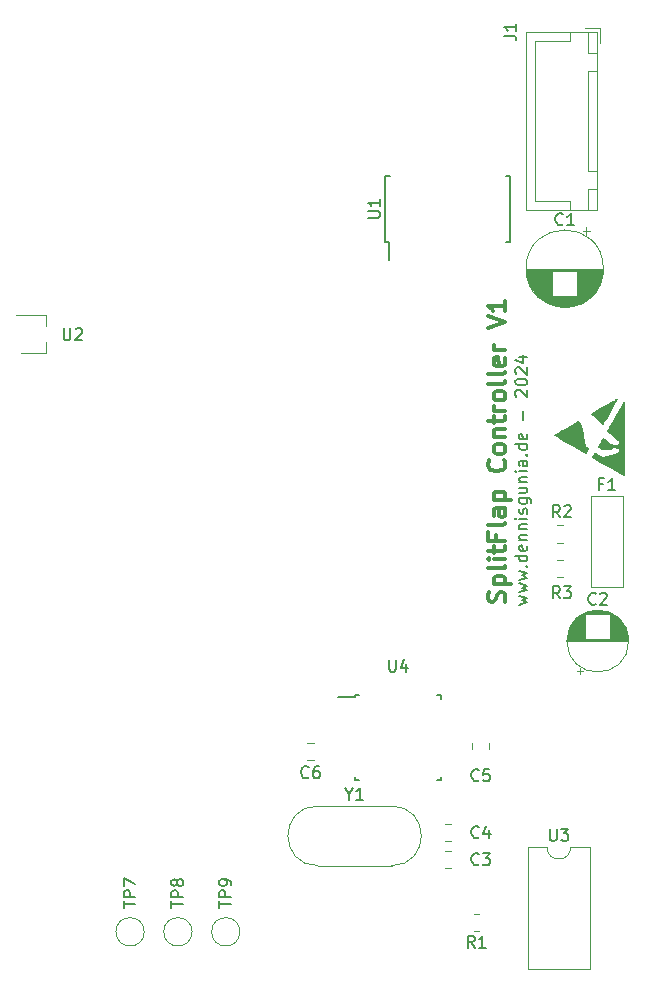
<source format=gbr>
%TF.GenerationSoftware,KiCad,Pcbnew,7.0.5*%
%TF.CreationDate,2024-09-11T17:05:46+02:00*%
%TF.ProjectId,ModuleController,4d6f6475-6c65-4436-9f6e-74726f6c6c65,rev?*%
%TF.SameCoordinates,Original*%
%TF.FileFunction,Legend,Top*%
%TF.FilePolarity,Positive*%
%FSLAX46Y46*%
G04 Gerber Fmt 4.6, Leading zero omitted, Abs format (unit mm)*
G04 Created by KiCad (PCBNEW 7.0.5) date 2024-09-11 17:05:46*
%MOMM*%
%LPD*%
G01*
G04 APERTURE LIST*
%ADD10C,0.300000*%
%ADD11C,0.187500*%
%ADD12C,0.150000*%
%ADD13C,0.010000*%
%ADD14C,0.120000*%
G04 APERTURE END LIST*
D10*
X134857400Y-94512917D02*
X134928828Y-94298632D01*
X134928828Y-94298632D02*
X134928828Y-93941489D01*
X134928828Y-93941489D02*
X134857400Y-93798632D01*
X134857400Y-93798632D02*
X134785971Y-93727203D01*
X134785971Y-93727203D02*
X134643114Y-93655774D01*
X134643114Y-93655774D02*
X134500257Y-93655774D01*
X134500257Y-93655774D02*
X134357400Y-93727203D01*
X134357400Y-93727203D02*
X134285971Y-93798632D01*
X134285971Y-93798632D02*
X134214542Y-93941489D01*
X134214542Y-93941489D02*
X134143114Y-94227203D01*
X134143114Y-94227203D02*
X134071685Y-94370060D01*
X134071685Y-94370060D02*
X134000257Y-94441489D01*
X134000257Y-94441489D02*
X133857400Y-94512917D01*
X133857400Y-94512917D02*
X133714542Y-94512917D01*
X133714542Y-94512917D02*
X133571685Y-94441489D01*
X133571685Y-94441489D02*
X133500257Y-94370060D01*
X133500257Y-94370060D02*
X133428828Y-94227203D01*
X133428828Y-94227203D02*
X133428828Y-93870060D01*
X133428828Y-93870060D02*
X133500257Y-93655774D01*
X133928828Y-93012918D02*
X135428828Y-93012918D01*
X134000257Y-93012918D02*
X133928828Y-92870061D01*
X133928828Y-92870061D02*
X133928828Y-92584346D01*
X133928828Y-92584346D02*
X134000257Y-92441489D01*
X134000257Y-92441489D02*
X134071685Y-92370061D01*
X134071685Y-92370061D02*
X134214542Y-92298632D01*
X134214542Y-92298632D02*
X134643114Y-92298632D01*
X134643114Y-92298632D02*
X134785971Y-92370061D01*
X134785971Y-92370061D02*
X134857400Y-92441489D01*
X134857400Y-92441489D02*
X134928828Y-92584346D01*
X134928828Y-92584346D02*
X134928828Y-92870061D01*
X134928828Y-92870061D02*
X134857400Y-93012918D01*
X134928828Y-91441489D02*
X134857400Y-91584346D01*
X134857400Y-91584346D02*
X134714542Y-91655775D01*
X134714542Y-91655775D02*
X133428828Y-91655775D01*
X134928828Y-90870061D02*
X133928828Y-90870061D01*
X133428828Y-90870061D02*
X133500257Y-90941489D01*
X133500257Y-90941489D02*
X133571685Y-90870061D01*
X133571685Y-90870061D02*
X133500257Y-90798632D01*
X133500257Y-90798632D02*
X133428828Y-90870061D01*
X133428828Y-90870061D02*
X133571685Y-90870061D01*
X133928828Y-90370060D02*
X133928828Y-89798632D01*
X133428828Y-90155775D02*
X134714542Y-90155775D01*
X134714542Y-90155775D02*
X134857400Y-90084346D01*
X134857400Y-90084346D02*
X134928828Y-89941489D01*
X134928828Y-89941489D02*
X134928828Y-89798632D01*
X134143114Y-88798632D02*
X134143114Y-89298632D01*
X134928828Y-89298632D02*
X133428828Y-89298632D01*
X133428828Y-89298632D02*
X133428828Y-88584346D01*
X134928828Y-87798632D02*
X134857400Y-87941489D01*
X134857400Y-87941489D02*
X134714542Y-88012918D01*
X134714542Y-88012918D02*
X133428828Y-88012918D01*
X134928828Y-86584347D02*
X134143114Y-86584347D01*
X134143114Y-86584347D02*
X134000257Y-86655775D01*
X134000257Y-86655775D02*
X133928828Y-86798632D01*
X133928828Y-86798632D02*
X133928828Y-87084347D01*
X133928828Y-87084347D02*
X134000257Y-87227204D01*
X134857400Y-86584347D02*
X134928828Y-86727204D01*
X134928828Y-86727204D02*
X134928828Y-87084347D01*
X134928828Y-87084347D02*
X134857400Y-87227204D01*
X134857400Y-87227204D02*
X134714542Y-87298632D01*
X134714542Y-87298632D02*
X134571685Y-87298632D01*
X134571685Y-87298632D02*
X134428828Y-87227204D01*
X134428828Y-87227204D02*
X134357400Y-87084347D01*
X134357400Y-87084347D02*
X134357400Y-86727204D01*
X134357400Y-86727204D02*
X134285971Y-86584347D01*
X133928828Y-85870061D02*
X135428828Y-85870061D01*
X134000257Y-85870061D02*
X133928828Y-85727204D01*
X133928828Y-85727204D02*
X133928828Y-85441489D01*
X133928828Y-85441489D02*
X134000257Y-85298632D01*
X134000257Y-85298632D02*
X134071685Y-85227204D01*
X134071685Y-85227204D02*
X134214542Y-85155775D01*
X134214542Y-85155775D02*
X134643114Y-85155775D01*
X134643114Y-85155775D02*
X134785971Y-85227204D01*
X134785971Y-85227204D02*
X134857400Y-85298632D01*
X134857400Y-85298632D02*
X134928828Y-85441489D01*
X134928828Y-85441489D02*
X134928828Y-85727204D01*
X134928828Y-85727204D02*
X134857400Y-85870061D01*
X134785971Y-82512918D02*
X134857400Y-82584346D01*
X134857400Y-82584346D02*
X134928828Y-82798632D01*
X134928828Y-82798632D02*
X134928828Y-82941489D01*
X134928828Y-82941489D02*
X134857400Y-83155775D01*
X134857400Y-83155775D02*
X134714542Y-83298632D01*
X134714542Y-83298632D02*
X134571685Y-83370061D01*
X134571685Y-83370061D02*
X134285971Y-83441489D01*
X134285971Y-83441489D02*
X134071685Y-83441489D01*
X134071685Y-83441489D02*
X133785971Y-83370061D01*
X133785971Y-83370061D02*
X133643114Y-83298632D01*
X133643114Y-83298632D02*
X133500257Y-83155775D01*
X133500257Y-83155775D02*
X133428828Y-82941489D01*
X133428828Y-82941489D02*
X133428828Y-82798632D01*
X133428828Y-82798632D02*
X133500257Y-82584346D01*
X133500257Y-82584346D02*
X133571685Y-82512918D01*
X134928828Y-81655775D02*
X134857400Y-81798632D01*
X134857400Y-81798632D02*
X134785971Y-81870061D01*
X134785971Y-81870061D02*
X134643114Y-81941489D01*
X134643114Y-81941489D02*
X134214542Y-81941489D01*
X134214542Y-81941489D02*
X134071685Y-81870061D01*
X134071685Y-81870061D02*
X134000257Y-81798632D01*
X134000257Y-81798632D02*
X133928828Y-81655775D01*
X133928828Y-81655775D02*
X133928828Y-81441489D01*
X133928828Y-81441489D02*
X134000257Y-81298632D01*
X134000257Y-81298632D02*
X134071685Y-81227204D01*
X134071685Y-81227204D02*
X134214542Y-81155775D01*
X134214542Y-81155775D02*
X134643114Y-81155775D01*
X134643114Y-81155775D02*
X134785971Y-81227204D01*
X134785971Y-81227204D02*
X134857400Y-81298632D01*
X134857400Y-81298632D02*
X134928828Y-81441489D01*
X134928828Y-81441489D02*
X134928828Y-81655775D01*
X133928828Y-80512918D02*
X134928828Y-80512918D01*
X134071685Y-80512918D02*
X134000257Y-80441489D01*
X134000257Y-80441489D02*
X133928828Y-80298632D01*
X133928828Y-80298632D02*
X133928828Y-80084346D01*
X133928828Y-80084346D02*
X134000257Y-79941489D01*
X134000257Y-79941489D02*
X134143114Y-79870061D01*
X134143114Y-79870061D02*
X134928828Y-79870061D01*
X133928828Y-79370060D02*
X133928828Y-78798632D01*
X133428828Y-79155775D02*
X134714542Y-79155775D01*
X134714542Y-79155775D02*
X134857400Y-79084346D01*
X134857400Y-79084346D02*
X134928828Y-78941489D01*
X134928828Y-78941489D02*
X134928828Y-78798632D01*
X134928828Y-78298632D02*
X133928828Y-78298632D01*
X134214542Y-78298632D02*
X134071685Y-78227203D01*
X134071685Y-78227203D02*
X134000257Y-78155775D01*
X134000257Y-78155775D02*
X133928828Y-78012917D01*
X133928828Y-78012917D02*
X133928828Y-77870060D01*
X134928828Y-77155775D02*
X134857400Y-77298632D01*
X134857400Y-77298632D02*
X134785971Y-77370061D01*
X134785971Y-77370061D02*
X134643114Y-77441489D01*
X134643114Y-77441489D02*
X134214542Y-77441489D01*
X134214542Y-77441489D02*
X134071685Y-77370061D01*
X134071685Y-77370061D02*
X134000257Y-77298632D01*
X134000257Y-77298632D02*
X133928828Y-77155775D01*
X133928828Y-77155775D02*
X133928828Y-76941489D01*
X133928828Y-76941489D02*
X134000257Y-76798632D01*
X134000257Y-76798632D02*
X134071685Y-76727204D01*
X134071685Y-76727204D02*
X134214542Y-76655775D01*
X134214542Y-76655775D02*
X134643114Y-76655775D01*
X134643114Y-76655775D02*
X134785971Y-76727204D01*
X134785971Y-76727204D02*
X134857400Y-76798632D01*
X134857400Y-76798632D02*
X134928828Y-76941489D01*
X134928828Y-76941489D02*
X134928828Y-77155775D01*
X134928828Y-75798632D02*
X134857400Y-75941489D01*
X134857400Y-75941489D02*
X134714542Y-76012918D01*
X134714542Y-76012918D02*
X133428828Y-76012918D01*
X134928828Y-75012918D02*
X134857400Y-75155775D01*
X134857400Y-75155775D02*
X134714542Y-75227204D01*
X134714542Y-75227204D02*
X133428828Y-75227204D01*
X134857400Y-73870061D02*
X134928828Y-74012918D01*
X134928828Y-74012918D02*
X134928828Y-74298633D01*
X134928828Y-74298633D02*
X134857400Y-74441490D01*
X134857400Y-74441490D02*
X134714542Y-74512918D01*
X134714542Y-74512918D02*
X134143114Y-74512918D01*
X134143114Y-74512918D02*
X134000257Y-74441490D01*
X134000257Y-74441490D02*
X133928828Y-74298633D01*
X133928828Y-74298633D02*
X133928828Y-74012918D01*
X133928828Y-74012918D02*
X134000257Y-73870061D01*
X134000257Y-73870061D02*
X134143114Y-73798633D01*
X134143114Y-73798633D02*
X134285971Y-73798633D01*
X134285971Y-73798633D02*
X134428828Y-74512918D01*
X134928828Y-73155776D02*
X133928828Y-73155776D01*
X134214542Y-73155776D02*
X134071685Y-73084347D01*
X134071685Y-73084347D02*
X134000257Y-73012919D01*
X134000257Y-73012919D02*
X133928828Y-72870061D01*
X133928828Y-72870061D02*
X133928828Y-72727204D01*
X133428828Y-71298633D02*
X134928828Y-70798633D01*
X134928828Y-70798633D02*
X133428828Y-70298633D01*
X134928828Y-69012919D02*
X134928828Y-69870062D01*
X134928828Y-69441491D02*
X133428828Y-69441491D01*
X133428828Y-69441491D02*
X133643114Y-69584348D01*
X133643114Y-69584348D02*
X133785971Y-69727205D01*
X133785971Y-69727205D02*
X133857400Y-69870062D01*
D11*
X136107202Y-94729787D02*
X136773869Y-94539311D01*
X136773869Y-94539311D02*
X136297678Y-94348835D01*
X136297678Y-94348835D02*
X136773869Y-94158359D01*
X136773869Y-94158359D02*
X136107202Y-93967883D01*
X136107202Y-93682168D02*
X136773869Y-93491692D01*
X136773869Y-93491692D02*
X136297678Y-93301216D01*
X136297678Y-93301216D02*
X136773869Y-93110740D01*
X136773869Y-93110740D02*
X136107202Y-92920264D01*
X136107202Y-92634549D02*
X136773869Y-92444073D01*
X136773869Y-92444073D02*
X136297678Y-92253597D01*
X136297678Y-92253597D02*
X136773869Y-92063121D01*
X136773869Y-92063121D02*
X136107202Y-91872645D01*
X136678630Y-91491692D02*
X136726250Y-91444073D01*
X136726250Y-91444073D02*
X136773869Y-91491692D01*
X136773869Y-91491692D02*
X136726250Y-91539311D01*
X136726250Y-91539311D02*
X136678630Y-91491692D01*
X136678630Y-91491692D02*
X136773869Y-91491692D01*
X136773869Y-90586931D02*
X135773869Y-90586931D01*
X136726250Y-90586931D02*
X136773869Y-90682169D01*
X136773869Y-90682169D02*
X136773869Y-90872645D01*
X136773869Y-90872645D02*
X136726250Y-90967883D01*
X136726250Y-90967883D02*
X136678630Y-91015502D01*
X136678630Y-91015502D02*
X136583392Y-91063121D01*
X136583392Y-91063121D02*
X136297678Y-91063121D01*
X136297678Y-91063121D02*
X136202440Y-91015502D01*
X136202440Y-91015502D02*
X136154821Y-90967883D01*
X136154821Y-90967883D02*
X136107202Y-90872645D01*
X136107202Y-90872645D02*
X136107202Y-90682169D01*
X136107202Y-90682169D02*
X136154821Y-90586931D01*
X136726250Y-89729788D02*
X136773869Y-89825026D01*
X136773869Y-89825026D02*
X136773869Y-90015502D01*
X136773869Y-90015502D02*
X136726250Y-90110740D01*
X136726250Y-90110740D02*
X136631011Y-90158359D01*
X136631011Y-90158359D02*
X136250059Y-90158359D01*
X136250059Y-90158359D02*
X136154821Y-90110740D01*
X136154821Y-90110740D02*
X136107202Y-90015502D01*
X136107202Y-90015502D02*
X136107202Y-89825026D01*
X136107202Y-89825026D02*
X136154821Y-89729788D01*
X136154821Y-89729788D02*
X136250059Y-89682169D01*
X136250059Y-89682169D02*
X136345297Y-89682169D01*
X136345297Y-89682169D02*
X136440535Y-90158359D01*
X136107202Y-89253597D02*
X136773869Y-89253597D01*
X136202440Y-89253597D02*
X136154821Y-89205978D01*
X136154821Y-89205978D02*
X136107202Y-89110740D01*
X136107202Y-89110740D02*
X136107202Y-88967883D01*
X136107202Y-88967883D02*
X136154821Y-88872645D01*
X136154821Y-88872645D02*
X136250059Y-88825026D01*
X136250059Y-88825026D02*
X136773869Y-88825026D01*
X136107202Y-88348835D02*
X136773869Y-88348835D01*
X136202440Y-88348835D02*
X136154821Y-88301216D01*
X136154821Y-88301216D02*
X136107202Y-88205978D01*
X136107202Y-88205978D02*
X136107202Y-88063121D01*
X136107202Y-88063121D02*
X136154821Y-87967883D01*
X136154821Y-87967883D02*
X136250059Y-87920264D01*
X136250059Y-87920264D02*
X136773869Y-87920264D01*
X136773869Y-87444073D02*
X136107202Y-87444073D01*
X135773869Y-87444073D02*
X135821488Y-87491692D01*
X135821488Y-87491692D02*
X135869107Y-87444073D01*
X135869107Y-87444073D02*
X135821488Y-87396454D01*
X135821488Y-87396454D02*
X135773869Y-87444073D01*
X135773869Y-87444073D02*
X135869107Y-87444073D01*
X136726250Y-87015502D02*
X136773869Y-86920264D01*
X136773869Y-86920264D02*
X136773869Y-86729788D01*
X136773869Y-86729788D02*
X136726250Y-86634550D01*
X136726250Y-86634550D02*
X136631011Y-86586931D01*
X136631011Y-86586931D02*
X136583392Y-86586931D01*
X136583392Y-86586931D02*
X136488154Y-86634550D01*
X136488154Y-86634550D02*
X136440535Y-86729788D01*
X136440535Y-86729788D02*
X136440535Y-86872645D01*
X136440535Y-86872645D02*
X136392916Y-86967883D01*
X136392916Y-86967883D02*
X136297678Y-87015502D01*
X136297678Y-87015502D02*
X136250059Y-87015502D01*
X136250059Y-87015502D02*
X136154821Y-86967883D01*
X136154821Y-86967883D02*
X136107202Y-86872645D01*
X136107202Y-86872645D02*
X136107202Y-86729788D01*
X136107202Y-86729788D02*
X136154821Y-86634550D01*
X136107202Y-85729788D02*
X136916726Y-85729788D01*
X136916726Y-85729788D02*
X137011964Y-85777407D01*
X137011964Y-85777407D02*
X137059583Y-85825026D01*
X137059583Y-85825026D02*
X137107202Y-85920264D01*
X137107202Y-85920264D02*
X137107202Y-86063121D01*
X137107202Y-86063121D02*
X137059583Y-86158359D01*
X136726250Y-85729788D02*
X136773869Y-85825026D01*
X136773869Y-85825026D02*
X136773869Y-86015502D01*
X136773869Y-86015502D02*
X136726250Y-86110740D01*
X136726250Y-86110740D02*
X136678630Y-86158359D01*
X136678630Y-86158359D02*
X136583392Y-86205978D01*
X136583392Y-86205978D02*
X136297678Y-86205978D01*
X136297678Y-86205978D02*
X136202440Y-86158359D01*
X136202440Y-86158359D02*
X136154821Y-86110740D01*
X136154821Y-86110740D02*
X136107202Y-86015502D01*
X136107202Y-86015502D02*
X136107202Y-85825026D01*
X136107202Y-85825026D02*
X136154821Y-85729788D01*
X136107202Y-84825026D02*
X136773869Y-84825026D01*
X136107202Y-85253597D02*
X136631011Y-85253597D01*
X136631011Y-85253597D02*
X136726250Y-85205978D01*
X136726250Y-85205978D02*
X136773869Y-85110740D01*
X136773869Y-85110740D02*
X136773869Y-84967883D01*
X136773869Y-84967883D02*
X136726250Y-84872645D01*
X136726250Y-84872645D02*
X136678630Y-84825026D01*
X136107202Y-84348835D02*
X136773869Y-84348835D01*
X136202440Y-84348835D02*
X136154821Y-84301216D01*
X136154821Y-84301216D02*
X136107202Y-84205978D01*
X136107202Y-84205978D02*
X136107202Y-84063121D01*
X136107202Y-84063121D02*
X136154821Y-83967883D01*
X136154821Y-83967883D02*
X136250059Y-83920264D01*
X136250059Y-83920264D02*
X136773869Y-83920264D01*
X136773869Y-83444073D02*
X136107202Y-83444073D01*
X135773869Y-83444073D02*
X135821488Y-83491692D01*
X135821488Y-83491692D02*
X135869107Y-83444073D01*
X135869107Y-83444073D02*
X135821488Y-83396454D01*
X135821488Y-83396454D02*
X135773869Y-83444073D01*
X135773869Y-83444073D02*
X135869107Y-83444073D01*
X136773869Y-82539312D02*
X136250059Y-82539312D01*
X136250059Y-82539312D02*
X136154821Y-82586931D01*
X136154821Y-82586931D02*
X136107202Y-82682169D01*
X136107202Y-82682169D02*
X136107202Y-82872645D01*
X136107202Y-82872645D02*
X136154821Y-82967883D01*
X136726250Y-82539312D02*
X136773869Y-82634550D01*
X136773869Y-82634550D02*
X136773869Y-82872645D01*
X136773869Y-82872645D02*
X136726250Y-82967883D01*
X136726250Y-82967883D02*
X136631011Y-83015502D01*
X136631011Y-83015502D02*
X136535773Y-83015502D01*
X136535773Y-83015502D02*
X136440535Y-82967883D01*
X136440535Y-82967883D02*
X136392916Y-82872645D01*
X136392916Y-82872645D02*
X136392916Y-82634550D01*
X136392916Y-82634550D02*
X136345297Y-82539312D01*
X136678630Y-82063121D02*
X136726250Y-82015502D01*
X136726250Y-82015502D02*
X136773869Y-82063121D01*
X136773869Y-82063121D02*
X136726250Y-82110740D01*
X136726250Y-82110740D02*
X136678630Y-82063121D01*
X136678630Y-82063121D02*
X136773869Y-82063121D01*
X136773869Y-81158360D02*
X135773869Y-81158360D01*
X136726250Y-81158360D02*
X136773869Y-81253598D01*
X136773869Y-81253598D02*
X136773869Y-81444074D01*
X136773869Y-81444074D02*
X136726250Y-81539312D01*
X136726250Y-81539312D02*
X136678630Y-81586931D01*
X136678630Y-81586931D02*
X136583392Y-81634550D01*
X136583392Y-81634550D02*
X136297678Y-81634550D01*
X136297678Y-81634550D02*
X136202440Y-81586931D01*
X136202440Y-81586931D02*
X136154821Y-81539312D01*
X136154821Y-81539312D02*
X136107202Y-81444074D01*
X136107202Y-81444074D02*
X136107202Y-81253598D01*
X136107202Y-81253598D02*
X136154821Y-81158360D01*
X136726250Y-80301217D02*
X136773869Y-80396455D01*
X136773869Y-80396455D02*
X136773869Y-80586931D01*
X136773869Y-80586931D02*
X136726250Y-80682169D01*
X136726250Y-80682169D02*
X136631011Y-80729788D01*
X136631011Y-80729788D02*
X136250059Y-80729788D01*
X136250059Y-80729788D02*
X136154821Y-80682169D01*
X136154821Y-80682169D02*
X136107202Y-80586931D01*
X136107202Y-80586931D02*
X136107202Y-80396455D01*
X136107202Y-80396455D02*
X136154821Y-80301217D01*
X136154821Y-80301217D02*
X136250059Y-80253598D01*
X136250059Y-80253598D02*
X136345297Y-80253598D01*
X136345297Y-80253598D02*
X136440535Y-80729788D01*
X136392916Y-79063121D02*
X136392916Y-78301217D01*
X135869107Y-77110740D02*
X135821488Y-77063121D01*
X135821488Y-77063121D02*
X135773869Y-76967883D01*
X135773869Y-76967883D02*
X135773869Y-76729788D01*
X135773869Y-76729788D02*
X135821488Y-76634550D01*
X135821488Y-76634550D02*
X135869107Y-76586931D01*
X135869107Y-76586931D02*
X135964345Y-76539312D01*
X135964345Y-76539312D02*
X136059583Y-76539312D01*
X136059583Y-76539312D02*
X136202440Y-76586931D01*
X136202440Y-76586931D02*
X136773869Y-77158359D01*
X136773869Y-77158359D02*
X136773869Y-76539312D01*
X135773869Y-75920264D02*
X135773869Y-75825026D01*
X135773869Y-75825026D02*
X135821488Y-75729788D01*
X135821488Y-75729788D02*
X135869107Y-75682169D01*
X135869107Y-75682169D02*
X135964345Y-75634550D01*
X135964345Y-75634550D02*
X136154821Y-75586931D01*
X136154821Y-75586931D02*
X136392916Y-75586931D01*
X136392916Y-75586931D02*
X136583392Y-75634550D01*
X136583392Y-75634550D02*
X136678630Y-75682169D01*
X136678630Y-75682169D02*
X136726250Y-75729788D01*
X136726250Y-75729788D02*
X136773869Y-75825026D01*
X136773869Y-75825026D02*
X136773869Y-75920264D01*
X136773869Y-75920264D02*
X136726250Y-76015502D01*
X136726250Y-76015502D02*
X136678630Y-76063121D01*
X136678630Y-76063121D02*
X136583392Y-76110740D01*
X136583392Y-76110740D02*
X136392916Y-76158359D01*
X136392916Y-76158359D02*
X136154821Y-76158359D01*
X136154821Y-76158359D02*
X135964345Y-76110740D01*
X135964345Y-76110740D02*
X135869107Y-76063121D01*
X135869107Y-76063121D02*
X135821488Y-76015502D01*
X135821488Y-76015502D02*
X135773869Y-75920264D01*
X135869107Y-75205978D02*
X135821488Y-75158359D01*
X135821488Y-75158359D02*
X135773869Y-75063121D01*
X135773869Y-75063121D02*
X135773869Y-74825026D01*
X135773869Y-74825026D02*
X135821488Y-74729788D01*
X135821488Y-74729788D02*
X135869107Y-74682169D01*
X135869107Y-74682169D02*
X135964345Y-74634550D01*
X135964345Y-74634550D02*
X136059583Y-74634550D01*
X136059583Y-74634550D02*
X136202440Y-74682169D01*
X136202440Y-74682169D02*
X136773869Y-75253597D01*
X136773869Y-75253597D02*
X136773869Y-74634550D01*
X136107202Y-73777407D02*
X136773869Y-73777407D01*
X135726250Y-74015502D02*
X136440535Y-74253597D01*
X136440535Y-74253597D02*
X136440535Y-73634550D01*
D12*
%TO.C,R3*%
X139533333Y-94180819D02*
X139200000Y-93704628D01*
X138961905Y-94180819D02*
X138961905Y-93180819D01*
X138961905Y-93180819D02*
X139342857Y-93180819D01*
X139342857Y-93180819D02*
X139438095Y-93228438D01*
X139438095Y-93228438D02*
X139485714Y-93276057D01*
X139485714Y-93276057D02*
X139533333Y-93371295D01*
X139533333Y-93371295D02*
X139533333Y-93514152D01*
X139533333Y-93514152D02*
X139485714Y-93609390D01*
X139485714Y-93609390D02*
X139438095Y-93657009D01*
X139438095Y-93657009D02*
X139342857Y-93704628D01*
X139342857Y-93704628D02*
X138961905Y-93704628D01*
X139866667Y-93180819D02*
X140485714Y-93180819D01*
X140485714Y-93180819D02*
X140152381Y-93561771D01*
X140152381Y-93561771D02*
X140295238Y-93561771D01*
X140295238Y-93561771D02*
X140390476Y-93609390D01*
X140390476Y-93609390D02*
X140438095Y-93657009D01*
X140438095Y-93657009D02*
X140485714Y-93752247D01*
X140485714Y-93752247D02*
X140485714Y-93990342D01*
X140485714Y-93990342D02*
X140438095Y-94085580D01*
X140438095Y-94085580D02*
X140390476Y-94133200D01*
X140390476Y-94133200D02*
X140295238Y-94180819D01*
X140295238Y-94180819D02*
X140009524Y-94180819D01*
X140009524Y-94180819D02*
X139914286Y-94133200D01*
X139914286Y-94133200D02*
X139866667Y-94085580D01*
%TO.C,R2*%
X139533333Y-87322819D02*
X139200000Y-86846628D01*
X138961905Y-87322819D02*
X138961905Y-86322819D01*
X138961905Y-86322819D02*
X139342857Y-86322819D01*
X139342857Y-86322819D02*
X139438095Y-86370438D01*
X139438095Y-86370438D02*
X139485714Y-86418057D01*
X139485714Y-86418057D02*
X139533333Y-86513295D01*
X139533333Y-86513295D02*
X139533333Y-86656152D01*
X139533333Y-86656152D02*
X139485714Y-86751390D01*
X139485714Y-86751390D02*
X139438095Y-86799009D01*
X139438095Y-86799009D02*
X139342857Y-86846628D01*
X139342857Y-86846628D02*
X138961905Y-86846628D01*
X139914286Y-86418057D02*
X139961905Y-86370438D01*
X139961905Y-86370438D02*
X140057143Y-86322819D01*
X140057143Y-86322819D02*
X140295238Y-86322819D01*
X140295238Y-86322819D02*
X140390476Y-86370438D01*
X140390476Y-86370438D02*
X140438095Y-86418057D01*
X140438095Y-86418057D02*
X140485714Y-86513295D01*
X140485714Y-86513295D02*
X140485714Y-86608533D01*
X140485714Y-86608533D02*
X140438095Y-86751390D01*
X140438095Y-86751390D02*
X139866667Y-87322819D01*
X139866667Y-87322819D02*
X140485714Y-87322819D01*
%TO.C,F1*%
X143176666Y-84513009D02*
X142843333Y-84513009D01*
X142843333Y-85036819D02*
X142843333Y-84036819D01*
X142843333Y-84036819D02*
X143319523Y-84036819D01*
X144224285Y-85036819D02*
X143652857Y-85036819D01*
X143938571Y-85036819D02*
X143938571Y-84036819D01*
X143938571Y-84036819D02*
X143843333Y-84179676D01*
X143843333Y-84179676D02*
X143748095Y-84274914D01*
X143748095Y-84274914D02*
X143652857Y-84322533D01*
%TO.C,C6*%
X118263333Y-109325580D02*
X118215714Y-109373200D01*
X118215714Y-109373200D02*
X118072857Y-109420819D01*
X118072857Y-109420819D02*
X117977619Y-109420819D01*
X117977619Y-109420819D02*
X117834762Y-109373200D01*
X117834762Y-109373200D02*
X117739524Y-109277961D01*
X117739524Y-109277961D02*
X117691905Y-109182723D01*
X117691905Y-109182723D02*
X117644286Y-108992247D01*
X117644286Y-108992247D02*
X117644286Y-108849390D01*
X117644286Y-108849390D02*
X117691905Y-108658914D01*
X117691905Y-108658914D02*
X117739524Y-108563676D01*
X117739524Y-108563676D02*
X117834762Y-108468438D01*
X117834762Y-108468438D02*
X117977619Y-108420819D01*
X117977619Y-108420819D02*
X118072857Y-108420819D01*
X118072857Y-108420819D02*
X118215714Y-108468438D01*
X118215714Y-108468438D02*
X118263333Y-108516057D01*
X119120476Y-108420819D02*
X118930000Y-108420819D01*
X118930000Y-108420819D02*
X118834762Y-108468438D01*
X118834762Y-108468438D02*
X118787143Y-108516057D01*
X118787143Y-108516057D02*
X118691905Y-108658914D01*
X118691905Y-108658914D02*
X118644286Y-108849390D01*
X118644286Y-108849390D02*
X118644286Y-109230342D01*
X118644286Y-109230342D02*
X118691905Y-109325580D01*
X118691905Y-109325580D02*
X118739524Y-109373200D01*
X118739524Y-109373200D02*
X118834762Y-109420819D01*
X118834762Y-109420819D02*
X119025238Y-109420819D01*
X119025238Y-109420819D02*
X119120476Y-109373200D01*
X119120476Y-109373200D02*
X119168095Y-109325580D01*
X119168095Y-109325580D02*
X119215714Y-109230342D01*
X119215714Y-109230342D02*
X119215714Y-108992247D01*
X119215714Y-108992247D02*
X119168095Y-108897009D01*
X119168095Y-108897009D02*
X119120476Y-108849390D01*
X119120476Y-108849390D02*
X119025238Y-108801771D01*
X119025238Y-108801771D02*
X118834762Y-108801771D01*
X118834762Y-108801771D02*
X118739524Y-108849390D01*
X118739524Y-108849390D02*
X118691905Y-108897009D01*
X118691905Y-108897009D02*
X118644286Y-108992247D01*
%TO.C,R1*%
X132317833Y-123770819D02*
X131984500Y-123294628D01*
X131746405Y-123770819D02*
X131746405Y-122770819D01*
X131746405Y-122770819D02*
X132127357Y-122770819D01*
X132127357Y-122770819D02*
X132222595Y-122818438D01*
X132222595Y-122818438D02*
X132270214Y-122866057D01*
X132270214Y-122866057D02*
X132317833Y-122961295D01*
X132317833Y-122961295D02*
X132317833Y-123104152D01*
X132317833Y-123104152D02*
X132270214Y-123199390D01*
X132270214Y-123199390D02*
X132222595Y-123247009D01*
X132222595Y-123247009D02*
X132127357Y-123294628D01*
X132127357Y-123294628D02*
X131746405Y-123294628D01*
X133270214Y-123770819D02*
X132698786Y-123770819D01*
X132984500Y-123770819D02*
X132984500Y-122770819D01*
X132984500Y-122770819D02*
X132889262Y-122913676D01*
X132889262Y-122913676D02*
X132794024Y-123008914D01*
X132794024Y-123008914D02*
X132698786Y-123056533D01*
%TO.C,U4*%
X125076095Y-99390819D02*
X125076095Y-100200342D01*
X125076095Y-100200342D02*
X125123714Y-100295580D01*
X125123714Y-100295580D02*
X125171333Y-100343200D01*
X125171333Y-100343200D02*
X125266571Y-100390819D01*
X125266571Y-100390819D02*
X125457047Y-100390819D01*
X125457047Y-100390819D02*
X125552285Y-100343200D01*
X125552285Y-100343200D02*
X125599904Y-100295580D01*
X125599904Y-100295580D02*
X125647523Y-100200342D01*
X125647523Y-100200342D02*
X125647523Y-99390819D01*
X126552285Y-99724152D02*
X126552285Y-100390819D01*
X126314190Y-99343200D02*
X126076095Y-100057485D01*
X126076095Y-100057485D02*
X126695142Y-100057485D01*
%TO.C,U2*%
X97536095Y-71336819D02*
X97536095Y-72146342D01*
X97536095Y-72146342D02*
X97583714Y-72241580D01*
X97583714Y-72241580D02*
X97631333Y-72289200D01*
X97631333Y-72289200D02*
X97726571Y-72336819D01*
X97726571Y-72336819D02*
X97917047Y-72336819D01*
X97917047Y-72336819D02*
X98012285Y-72289200D01*
X98012285Y-72289200D02*
X98059904Y-72241580D01*
X98059904Y-72241580D02*
X98107523Y-72146342D01*
X98107523Y-72146342D02*
X98107523Y-71336819D01*
X98536095Y-71432057D02*
X98583714Y-71384438D01*
X98583714Y-71384438D02*
X98678952Y-71336819D01*
X98678952Y-71336819D02*
X98917047Y-71336819D01*
X98917047Y-71336819D02*
X99012285Y-71384438D01*
X99012285Y-71384438D02*
X99059904Y-71432057D01*
X99059904Y-71432057D02*
X99107523Y-71527295D01*
X99107523Y-71527295D02*
X99107523Y-71622533D01*
X99107523Y-71622533D02*
X99059904Y-71765390D01*
X99059904Y-71765390D02*
X98488476Y-72336819D01*
X98488476Y-72336819D02*
X99107523Y-72336819D01*
%TO.C,TP9*%
X110706819Y-120387904D02*
X110706819Y-119816476D01*
X111706819Y-120102190D02*
X110706819Y-120102190D01*
X111706819Y-119483142D02*
X110706819Y-119483142D01*
X110706819Y-119483142D02*
X110706819Y-119102190D01*
X110706819Y-119102190D02*
X110754438Y-119006952D01*
X110754438Y-119006952D02*
X110802057Y-118959333D01*
X110802057Y-118959333D02*
X110897295Y-118911714D01*
X110897295Y-118911714D02*
X111040152Y-118911714D01*
X111040152Y-118911714D02*
X111135390Y-118959333D01*
X111135390Y-118959333D02*
X111183009Y-119006952D01*
X111183009Y-119006952D02*
X111230628Y-119102190D01*
X111230628Y-119102190D02*
X111230628Y-119483142D01*
X111706819Y-118435523D02*
X111706819Y-118245047D01*
X111706819Y-118245047D02*
X111659200Y-118149809D01*
X111659200Y-118149809D02*
X111611580Y-118102190D01*
X111611580Y-118102190D02*
X111468723Y-118006952D01*
X111468723Y-118006952D02*
X111278247Y-117959333D01*
X111278247Y-117959333D02*
X110897295Y-117959333D01*
X110897295Y-117959333D02*
X110802057Y-118006952D01*
X110802057Y-118006952D02*
X110754438Y-118054571D01*
X110754438Y-118054571D02*
X110706819Y-118149809D01*
X110706819Y-118149809D02*
X110706819Y-118340285D01*
X110706819Y-118340285D02*
X110754438Y-118435523D01*
X110754438Y-118435523D02*
X110802057Y-118483142D01*
X110802057Y-118483142D02*
X110897295Y-118530761D01*
X110897295Y-118530761D02*
X111135390Y-118530761D01*
X111135390Y-118530761D02*
X111230628Y-118483142D01*
X111230628Y-118483142D02*
X111278247Y-118435523D01*
X111278247Y-118435523D02*
X111325866Y-118340285D01*
X111325866Y-118340285D02*
X111325866Y-118149809D01*
X111325866Y-118149809D02*
X111278247Y-118054571D01*
X111278247Y-118054571D02*
X111230628Y-118006952D01*
X111230628Y-118006952D02*
X111135390Y-117959333D01*
%TO.C,TP8*%
X106656819Y-120387904D02*
X106656819Y-119816476D01*
X107656819Y-120102190D02*
X106656819Y-120102190D01*
X107656819Y-119483142D02*
X106656819Y-119483142D01*
X106656819Y-119483142D02*
X106656819Y-119102190D01*
X106656819Y-119102190D02*
X106704438Y-119006952D01*
X106704438Y-119006952D02*
X106752057Y-118959333D01*
X106752057Y-118959333D02*
X106847295Y-118911714D01*
X106847295Y-118911714D02*
X106990152Y-118911714D01*
X106990152Y-118911714D02*
X107085390Y-118959333D01*
X107085390Y-118959333D02*
X107133009Y-119006952D01*
X107133009Y-119006952D02*
X107180628Y-119102190D01*
X107180628Y-119102190D02*
X107180628Y-119483142D01*
X107085390Y-118340285D02*
X107037771Y-118435523D01*
X107037771Y-118435523D02*
X106990152Y-118483142D01*
X106990152Y-118483142D02*
X106894914Y-118530761D01*
X106894914Y-118530761D02*
X106847295Y-118530761D01*
X106847295Y-118530761D02*
X106752057Y-118483142D01*
X106752057Y-118483142D02*
X106704438Y-118435523D01*
X106704438Y-118435523D02*
X106656819Y-118340285D01*
X106656819Y-118340285D02*
X106656819Y-118149809D01*
X106656819Y-118149809D02*
X106704438Y-118054571D01*
X106704438Y-118054571D02*
X106752057Y-118006952D01*
X106752057Y-118006952D02*
X106847295Y-117959333D01*
X106847295Y-117959333D02*
X106894914Y-117959333D01*
X106894914Y-117959333D02*
X106990152Y-118006952D01*
X106990152Y-118006952D02*
X107037771Y-118054571D01*
X107037771Y-118054571D02*
X107085390Y-118149809D01*
X107085390Y-118149809D02*
X107085390Y-118340285D01*
X107085390Y-118340285D02*
X107133009Y-118435523D01*
X107133009Y-118435523D02*
X107180628Y-118483142D01*
X107180628Y-118483142D02*
X107275866Y-118530761D01*
X107275866Y-118530761D02*
X107466342Y-118530761D01*
X107466342Y-118530761D02*
X107561580Y-118483142D01*
X107561580Y-118483142D02*
X107609200Y-118435523D01*
X107609200Y-118435523D02*
X107656819Y-118340285D01*
X107656819Y-118340285D02*
X107656819Y-118149809D01*
X107656819Y-118149809D02*
X107609200Y-118054571D01*
X107609200Y-118054571D02*
X107561580Y-118006952D01*
X107561580Y-118006952D02*
X107466342Y-117959333D01*
X107466342Y-117959333D02*
X107275866Y-117959333D01*
X107275866Y-117959333D02*
X107180628Y-118006952D01*
X107180628Y-118006952D02*
X107133009Y-118054571D01*
X107133009Y-118054571D02*
X107085390Y-118149809D01*
%TO.C,TP7*%
X102606819Y-120387904D02*
X102606819Y-119816476D01*
X103606819Y-120102190D02*
X102606819Y-120102190D01*
X103606819Y-119483142D02*
X102606819Y-119483142D01*
X102606819Y-119483142D02*
X102606819Y-119102190D01*
X102606819Y-119102190D02*
X102654438Y-119006952D01*
X102654438Y-119006952D02*
X102702057Y-118959333D01*
X102702057Y-118959333D02*
X102797295Y-118911714D01*
X102797295Y-118911714D02*
X102940152Y-118911714D01*
X102940152Y-118911714D02*
X103035390Y-118959333D01*
X103035390Y-118959333D02*
X103083009Y-119006952D01*
X103083009Y-119006952D02*
X103130628Y-119102190D01*
X103130628Y-119102190D02*
X103130628Y-119483142D01*
X102606819Y-118578380D02*
X102606819Y-117911714D01*
X102606819Y-117911714D02*
X103606819Y-118340285D01*
%TO.C,C5*%
X132675333Y-109579580D02*
X132627714Y-109627200D01*
X132627714Y-109627200D02*
X132484857Y-109674819D01*
X132484857Y-109674819D02*
X132389619Y-109674819D01*
X132389619Y-109674819D02*
X132246762Y-109627200D01*
X132246762Y-109627200D02*
X132151524Y-109531961D01*
X132151524Y-109531961D02*
X132103905Y-109436723D01*
X132103905Y-109436723D02*
X132056286Y-109246247D01*
X132056286Y-109246247D02*
X132056286Y-109103390D01*
X132056286Y-109103390D02*
X132103905Y-108912914D01*
X132103905Y-108912914D02*
X132151524Y-108817676D01*
X132151524Y-108817676D02*
X132246762Y-108722438D01*
X132246762Y-108722438D02*
X132389619Y-108674819D01*
X132389619Y-108674819D02*
X132484857Y-108674819D01*
X132484857Y-108674819D02*
X132627714Y-108722438D01*
X132627714Y-108722438D02*
X132675333Y-108770057D01*
X133580095Y-108674819D02*
X133103905Y-108674819D01*
X133103905Y-108674819D02*
X133056286Y-109151009D01*
X133056286Y-109151009D02*
X133103905Y-109103390D01*
X133103905Y-109103390D02*
X133199143Y-109055771D01*
X133199143Y-109055771D02*
X133437238Y-109055771D01*
X133437238Y-109055771D02*
X133532476Y-109103390D01*
X133532476Y-109103390D02*
X133580095Y-109151009D01*
X133580095Y-109151009D02*
X133627714Y-109246247D01*
X133627714Y-109246247D02*
X133627714Y-109484342D01*
X133627714Y-109484342D02*
X133580095Y-109579580D01*
X133580095Y-109579580D02*
X133532476Y-109627200D01*
X133532476Y-109627200D02*
X133437238Y-109674819D01*
X133437238Y-109674819D02*
X133199143Y-109674819D01*
X133199143Y-109674819D02*
X133103905Y-109627200D01*
X133103905Y-109627200D02*
X133056286Y-109579580D01*
%TO.C,J1*%
X134836819Y-46561333D02*
X135551104Y-46561333D01*
X135551104Y-46561333D02*
X135693961Y-46608952D01*
X135693961Y-46608952D02*
X135789200Y-46704190D01*
X135789200Y-46704190D02*
X135836819Y-46847047D01*
X135836819Y-46847047D02*
X135836819Y-46942285D01*
X135836819Y-45561333D02*
X135836819Y-46132761D01*
X135836819Y-45847047D02*
X134836819Y-45847047D01*
X134836819Y-45847047D02*
X134979676Y-45942285D01*
X134979676Y-45942285D02*
X135074914Y-46037523D01*
X135074914Y-46037523D02*
X135122533Y-46132761D01*
%TO.C,C2*%
X142581333Y-94633580D02*
X142533714Y-94681200D01*
X142533714Y-94681200D02*
X142390857Y-94728819D01*
X142390857Y-94728819D02*
X142295619Y-94728819D01*
X142295619Y-94728819D02*
X142152762Y-94681200D01*
X142152762Y-94681200D02*
X142057524Y-94585961D01*
X142057524Y-94585961D02*
X142009905Y-94490723D01*
X142009905Y-94490723D02*
X141962286Y-94300247D01*
X141962286Y-94300247D02*
X141962286Y-94157390D01*
X141962286Y-94157390D02*
X142009905Y-93966914D01*
X142009905Y-93966914D02*
X142057524Y-93871676D01*
X142057524Y-93871676D02*
X142152762Y-93776438D01*
X142152762Y-93776438D02*
X142295619Y-93728819D01*
X142295619Y-93728819D02*
X142390857Y-93728819D01*
X142390857Y-93728819D02*
X142533714Y-93776438D01*
X142533714Y-93776438D02*
X142581333Y-93824057D01*
X142962286Y-93824057D02*
X143009905Y-93776438D01*
X143009905Y-93776438D02*
X143105143Y-93728819D01*
X143105143Y-93728819D02*
X143343238Y-93728819D01*
X143343238Y-93728819D02*
X143438476Y-93776438D01*
X143438476Y-93776438D02*
X143486095Y-93824057D01*
X143486095Y-93824057D02*
X143533714Y-93919295D01*
X143533714Y-93919295D02*
X143533714Y-94014533D01*
X143533714Y-94014533D02*
X143486095Y-94157390D01*
X143486095Y-94157390D02*
X142914667Y-94728819D01*
X142914667Y-94728819D02*
X143533714Y-94728819D01*
%TO.C,C3*%
X132675333Y-116691580D02*
X132627714Y-116739200D01*
X132627714Y-116739200D02*
X132484857Y-116786819D01*
X132484857Y-116786819D02*
X132389619Y-116786819D01*
X132389619Y-116786819D02*
X132246762Y-116739200D01*
X132246762Y-116739200D02*
X132151524Y-116643961D01*
X132151524Y-116643961D02*
X132103905Y-116548723D01*
X132103905Y-116548723D02*
X132056286Y-116358247D01*
X132056286Y-116358247D02*
X132056286Y-116215390D01*
X132056286Y-116215390D02*
X132103905Y-116024914D01*
X132103905Y-116024914D02*
X132151524Y-115929676D01*
X132151524Y-115929676D02*
X132246762Y-115834438D01*
X132246762Y-115834438D02*
X132389619Y-115786819D01*
X132389619Y-115786819D02*
X132484857Y-115786819D01*
X132484857Y-115786819D02*
X132627714Y-115834438D01*
X132627714Y-115834438D02*
X132675333Y-115882057D01*
X133008667Y-115786819D02*
X133627714Y-115786819D01*
X133627714Y-115786819D02*
X133294381Y-116167771D01*
X133294381Y-116167771D02*
X133437238Y-116167771D01*
X133437238Y-116167771D02*
X133532476Y-116215390D01*
X133532476Y-116215390D02*
X133580095Y-116263009D01*
X133580095Y-116263009D02*
X133627714Y-116358247D01*
X133627714Y-116358247D02*
X133627714Y-116596342D01*
X133627714Y-116596342D02*
X133580095Y-116691580D01*
X133580095Y-116691580D02*
X133532476Y-116739200D01*
X133532476Y-116739200D02*
X133437238Y-116786819D01*
X133437238Y-116786819D02*
X133151524Y-116786819D01*
X133151524Y-116786819D02*
X133056286Y-116739200D01*
X133056286Y-116739200D02*
X133008667Y-116691580D01*
%TO.C,Y1*%
X121687809Y-110753628D02*
X121687809Y-111229819D01*
X121354476Y-110229819D02*
X121687809Y-110753628D01*
X121687809Y-110753628D02*
X122021142Y-110229819D01*
X122878285Y-111229819D02*
X122306857Y-111229819D01*
X122592571Y-111229819D02*
X122592571Y-110229819D01*
X122592571Y-110229819D02*
X122497333Y-110372676D01*
X122497333Y-110372676D02*
X122402095Y-110467914D01*
X122402095Y-110467914D02*
X122306857Y-110515533D01*
%TO.C,C1*%
X139787333Y-62501959D02*
X139739714Y-62549579D01*
X139739714Y-62549579D02*
X139596857Y-62597198D01*
X139596857Y-62597198D02*
X139501619Y-62597198D01*
X139501619Y-62597198D02*
X139358762Y-62549579D01*
X139358762Y-62549579D02*
X139263524Y-62454340D01*
X139263524Y-62454340D02*
X139215905Y-62359102D01*
X139215905Y-62359102D02*
X139168286Y-62168626D01*
X139168286Y-62168626D02*
X139168286Y-62025769D01*
X139168286Y-62025769D02*
X139215905Y-61835293D01*
X139215905Y-61835293D02*
X139263524Y-61740055D01*
X139263524Y-61740055D02*
X139358762Y-61644817D01*
X139358762Y-61644817D02*
X139501619Y-61597198D01*
X139501619Y-61597198D02*
X139596857Y-61597198D01*
X139596857Y-61597198D02*
X139739714Y-61644817D01*
X139739714Y-61644817D02*
X139787333Y-61692436D01*
X140739714Y-62597198D02*
X140168286Y-62597198D01*
X140454000Y-62597198D02*
X140454000Y-61597198D01*
X140454000Y-61597198D02*
X140358762Y-61740055D01*
X140358762Y-61740055D02*
X140263524Y-61835293D01*
X140263524Y-61835293D02*
X140168286Y-61882912D01*
%TO.C,C4*%
X132675333Y-114405580D02*
X132627714Y-114453200D01*
X132627714Y-114453200D02*
X132484857Y-114500819D01*
X132484857Y-114500819D02*
X132389619Y-114500819D01*
X132389619Y-114500819D02*
X132246762Y-114453200D01*
X132246762Y-114453200D02*
X132151524Y-114357961D01*
X132151524Y-114357961D02*
X132103905Y-114262723D01*
X132103905Y-114262723D02*
X132056286Y-114072247D01*
X132056286Y-114072247D02*
X132056286Y-113929390D01*
X132056286Y-113929390D02*
X132103905Y-113738914D01*
X132103905Y-113738914D02*
X132151524Y-113643676D01*
X132151524Y-113643676D02*
X132246762Y-113548438D01*
X132246762Y-113548438D02*
X132389619Y-113500819D01*
X132389619Y-113500819D02*
X132484857Y-113500819D01*
X132484857Y-113500819D02*
X132627714Y-113548438D01*
X132627714Y-113548438D02*
X132675333Y-113596057D01*
X133532476Y-113834152D02*
X133532476Y-114500819D01*
X133294381Y-113453200D02*
X133056286Y-114167485D01*
X133056286Y-114167485D02*
X133675333Y-114167485D01*
%TO.C,U1*%
X123302819Y-61975904D02*
X124112342Y-61975904D01*
X124112342Y-61975904D02*
X124207580Y-61928285D01*
X124207580Y-61928285D02*
X124255200Y-61880666D01*
X124255200Y-61880666D02*
X124302819Y-61785428D01*
X124302819Y-61785428D02*
X124302819Y-61594952D01*
X124302819Y-61594952D02*
X124255200Y-61499714D01*
X124255200Y-61499714D02*
X124207580Y-61452095D01*
X124207580Y-61452095D02*
X124112342Y-61404476D01*
X124112342Y-61404476D02*
X123302819Y-61404476D01*
X124302819Y-60404476D02*
X124302819Y-60975904D01*
X124302819Y-60690190D02*
X123302819Y-60690190D01*
X123302819Y-60690190D02*
X123445676Y-60785428D01*
X123445676Y-60785428D02*
X123540914Y-60880666D01*
X123540914Y-60880666D02*
X123588533Y-60975904D01*
%TO.C,U3*%
X138694095Y-113720819D02*
X138694095Y-114530342D01*
X138694095Y-114530342D02*
X138741714Y-114625580D01*
X138741714Y-114625580D02*
X138789333Y-114673200D01*
X138789333Y-114673200D02*
X138884571Y-114720819D01*
X138884571Y-114720819D02*
X139075047Y-114720819D01*
X139075047Y-114720819D02*
X139170285Y-114673200D01*
X139170285Y-114673200D02*
X139217904Y-114625580D01*
X139217904Y-114625580D02*
X139265523Y-114530342D01*
X139265523Y-114530342D02*
X139265523Y-113720819D01*
X139646476Y-113720819D02*
X140265523Y-113720819D01*
X140265523Y-113720819D02*
X139932190Y-114101771D01*
X139932190Y-114101771D02*
X140075047Y-114101771D01*
X140075047Y-114101771D02*
X140170285Y-114149390D01*
X140170285Y-114149390D02*
X140217904Y-114197009D01*
X140217904Y-114197009D02*
X140265523Y-114292247D01*
X140265523Y-114292247D02*
X140265523Y-114530342D01*
X140265523Y-114530342D02*
X140217904Y-114625580D01*
X140217904Y-114625580D02*
X140170285Y-114673200D01*
X140170285Y-114673200D02*
X140075047Y-114720819D01*
X140075047Y-114720819D02*
X139789333Y-114720819D01*
X139789333Y-114720819D02*
X139694095Y-114673200D01*
X139694095Y-114673200D02*
X139646476Y-114625580D01*
%TO.C,REF\u002A\u002A*%
D13*
X141117965Y-79199499D02*
X141145882Y-79236886D01*
X141180725Y-79293765D01*
X141219754Y-79365688D01*
X141256843Y-79440985D01*
X141301817Y-79543440D01*
X141342226Y-79651183D01*
X141378969Y-79767927D01*
X141412942Y-79897382D01*
X141445044Y-80043260D01*
X141476173Y-80209274D01*
X141507227Y-80399134D01*
X141536145Y-80595531D01*
X141561800Y-80766166D01*
X141587198Y-80909455D01*
X141613602Y-81028992D01*
X141642273Y-81128370D01*
X141674473Y-81211182D01*
X141711465Y-81281022D01*
X141754512Y-81341482D01*
X141804875Y-81396155D01*
X141823583Y-81413786D01*
X141867139Y-81452000D01*
X141902682Y-81480268D01*
X141923583Y-81493382D01*
X141925297Y-81493732D01*
X141935806Y-81498320D01*
X141935924Y-81514242D01*
X141924254Y-81544734D01*
X141899396Y-81593032D01*
X141859952Y-81662373D01*
X141831587Y-81710561D01*
X141787247Y-81782417D01*
X141749279Y-81838258D01*
X141720416Y-81874333D01*
X141703388Y-81886887D01*
X141703264Y-81886879D01*
X141687037Y-81879094D01*
X141646400Y-81857108D01*
X141583567Y-81822197D01*
X141500752Y-81775637D01*
X141400172Y-81718705D01*
X141284040Y-81652677D01*
X141154571Y-81578828D01*
X141013980Y-81498436D01*
X140864482Y-81412776D01*
X140708292Y-81323124D01*
X140547624Y-81230757D01*
X140384693Y-81136951D01*
X140221713Y-81042982D01*
X140060900Y-80950126D01*
X139904468Y-80859660D01*
X139754633Y-80772859D01*
X139613608Y-80691000D01*
X139483609Y-80615359D01*
X139366849Y-80547213D01*
X139265545Y-80487837D01*
X139181911Y-80438507D01*
X139118162Y-80400500D01*
X139076511Y-80375093D01*
X139059175Y-80363560D01*
X139058805Y-80363077D01*
X139071835Y-80353957D01*
X139109245Y-80330935D01*
X139168514Y-80295466D01*
X139247118Y-80249004D01*
X139342538Y-80193004D01*
X139452250Y-80128919D01*
X139573734Y-80058204D01*
X139704468Y-79982313D01*
X139841930Y-79902701D01*
X139983598Y-79820822D01*
X140126951Y-79738130D01*
X140269467Y-79656079D01*
X140408624Y-79576124D01*
X140541901Y-79499719D01*
X140666776Y-79428318D01*
X140780727Y-79363376D01*
X140881233Y-79306347D01*
X140965772Y-79258685D01*
X141031822Y-79221845D01*
X141076862Y-79197280D01*
X141098370Y-79186446D01*
X141099714Y-79186049D01*
X141117965Y-79199499D01*
G36*
X141117965Y-79199499D02*
G01*
X141145882Y-79236886D01*
X141180725Y-79293765D01*
X141219754Y-79365688D01*
X141256843Y-79440985D01*
X141301817Y-79543440D01*
X141342226Y-79651183D01*
X141378969Y-79767927D01*
X141412942Y-79897382D01*
X141445044Y-80043260D01*
X141476173Y-80209274D01*
X141507227Y-80399134D01*
X141536145Y-80595531D01*
X141561800Y-80766166D01*
X141587198Y-80909455D01*
X141613602Y-81028992D01*
X141642273Y-81128370D01*
X141674473Y-81211182D01*
X141711465Y-81281022D01*
X141754512Y-81341482D01*
X141804875Y-81396155D01*
X141823583Y-81413786D01*
X141867139Y-81452000D01*
X141902682Y-81480268D01*
X141923583Y-81493382D01*
X141925297Y-81493732D01*
X141935806Y-81498320D01*
X141935924Y-81514242D01*
X141924254Y-81544734D01*
X141899396Y-81593032D01*
X141859952Y-81662373D01*
X141831587Y-81710561D01*
X141787247Y-81782417D01*
X141749279Y-81838258D01*
X141720416Y-81874333D01*
X141703388Y-81886887D01*
X141703264Y-81886879D01*
X141687037Y-81879094D01*
X141646400Y-81857108D01*
X141583567Y-81822197D01*
X141500752Y-81775637D01*
X141400172Y-81718705D01*
X141284040Y-81652677D01*
X141154571Y-81578828D01*
X141013980Y-81498436D01*
X140864482Y-81412776D01*
X140708292Y-81323124D01*
X140547624Y-81230757D01*
X140384693Y-81136951D01*
X140221713Y-81042982D01*
X140060900Y-80950126D01*
X139904468Y-80859660D01*
X139754633Y-80772859D01*
X139613608Y-80691000D01*
X139483609Y-80615359D01*
X139366849Y-80547213D01*
X139265545Y-80487837D01*
X139181911Y-80438507D01*
X139118162Y-80400500D01*
X139076511Y-80375093D01*
X139059175Y-80363560D01*
X139058805Y-80363077D01*
X139071835Y-80353957D01*
X139109245Y-80330935D01*
X139168514Y-80295466D01*
X139247118Y-80249004D01*
X139342538Y-80193004D01*
X139452250Y-80128919D01*
X139573734Y-80058204D01*
X139704468Y-79982313D01*
X139841930Y-79902701D01*
X139983598Y-79820822D01*
X140126951Y-79738130D01*
X140269467Y-79656079D01*
X140408624Y-79576124D01*
X140541901Y-79499719D01*
X140666776Y-79428318D01*
X140780727Y-79363376D01*
X140881233Y-79306347D01*
X140965772Y-79258685D01*
X141031822Y-79221845D01*
X141076862Y-79197280D01*
X141098370Y-79186446D01*
X141099714Y-79186049D01*
X141117965Y-79199499D01*
G37*
X144378242Y-77297364D02*
X144356203Y-77336059D01*
X144320971Y-77397513D01*
X144273711Y-77479702D01*
X144215589Y-77580604D01*
X144147771Y-77698195D01*
X144071424Y-77830454D01*
X143987714Y-77975358D01*
X143897806Y-78130883D01*
X143802867Y-78295008D01*
X143766732Y-78357451D01*
X143670083Y-78524513D01*
X143577938Y-78683926D01*
X143491475Y-78833645D01*
X143411871Y-78971624D01*
X143340305Y-79095815D01*
X143277955Y-79204173D01*
X143225998Y-79294652D01*
X143185613Y-79365204D01*
X143157978Y-79413785D01*
X143144272Y-79438346D01*
X143142974Y-79440915D01*
X143131220Y-79433431D01*
X143099795Y-79407386D01*
X143051594Y-79365441D01*
X142989510Y-79310254D01*
X142916439Y-79244483D01*
X142835276Y-79170788D01*
X142748916Y-79091827D01*
X142660253Y-79010260D01*
X142572182Y-78928746D01*
X142487599Y-78849943D01*
X142409397Y-78776510D01*
X142340472Y-78711107D01*
X142283719Y-78656392D01*
X142242032Y-78615023D01*
X142228363Y-78600836D01*
X142184201Y-78553820D01*
X142220619Y-78530472D01*
X142239693Y-78519092D01*
X142283421Y-78493512D01*
X142349619Y-78454998D01*
X142436102Y-78404814D01*
X142540685Y-78344225D01*
X142661183Y-78274497D01*
X142795412Y-78196893D01*
X142941187Y-78112680D01*
X143096323Y-78023121D01*
X143256000Y-77931002D01*
X143419117Y-77836924D01*
X143575709Y-77746598D01*
X143723506Y-77661335D01*
X143860240Y-77582443D01*
X143983642Y-77511231D01*
X144091444Y-77449009D01*
X144181377Y-77397087D01*
X144251173Y-77356772D01*
X144298564Y-77329376D01*
X144320786Y-77316493D01*
X144358330Y-77295493D01*
X144381831Y-77284075D01*
X144385920Y-77283449D01*
X144378242Y-77297364D01*
G36*
X144378242Y-77297364D02*
G01*
X144356203Y-77336059D01*
X144320971Y-77397513D01*
X144273711Y-77479702D01*
X144215589Y-77580604D01*
X144147771Y-77698195D01*
X144071424Y-77830454D01*
X143987714Y-77975358D01*
X143897806Y-78130883D01*
X143802867Y-78295008D01*
X143766732Y-78357451D01*
X143670083Y-78524513D01*
X143577938Y-78683926D01*
X143491475Y-78833645D01*
X143411871Y-78971624D01*
X143340305Y-79095815D01*
X143277955Y-79204173D01*
X143225998Y-79294652D01*
X143185613Y-79365204D01*
X143157978Y-79413785D01*
X143144272Y-79438346D01*
X143142974Y-79440915D01*
X143131220Y-79433431D01*
X143099795Y-79407386D01*
X143051594Y-79365441D01*
X142989510Y-79310254D01*
X142916439Y-79244483D01*
X142835276Y-79170788D01*
X142748916Y-79091827D01*
X142660253Y-79010260D01*
X142572182Y-78928746D01*
X142487599Y-78849943D01*
X142409397Y-78776510D01*
X142340472Y-78711107D01*
X142283719Y-78656392D01*
X142242032Y-78615023D01*
X142228363Y-78600836D01*
X142184201Y-78553820D01*
X142220619Y-78530472D01*
X142239693Y-78519092D01*
X142283421Y-78493512D01*
X142349619Y-78454998D01*
X142436102Y-78404814D01*
X142540685Y-78344225D01*
X142661183Y-78274497D01*
X142795412Y-78196893D01*
X142941187Y-78112680D01*
X143096323Y-78023121D01*
X143256000Y-77931002D01*
X143419117Y-77836924D01*
X143575709Y-77746598D01*
X143723506Y-77661335D01*
X143860240Y-77582443D01*
X143983642Y-77511231D01*
X144091444Y-77449009D01*
X144181377Y-77397087D01*
X144251173Y-77356772D01*
X144298564Y-77329376D01*
X144320786Y-77316493D01*
X144358330Y-77295493D01*
X144381831Y-77284075D01*
X144385920Y-77283449D01*
X144378242Y-77297364D01*
G37*
X144932280Y-77597598D02*
X144933559Y-77640896D01*
X144934796Y-77712286D01*
X144935983Y-77810327D01*
X144937115Y-77933578D01*
X144938186Y-78080597D01*
X144939189Y-78249943D01*
X144940119Y-78440174D01*
X144940968Y-78649849D01*
X144941732Y-78877527D01*
X144942403Y-79121765D01*
X144942976Y-79381123D01*
X144943444Y-79654159D01*
X144943802Y-79939432D01*
X144944042Y-80235500D01*
X144944159Y-80540921D01*
X144944171Y-80669076D01*
X144944171Y-83769030D01*
X144560847Y-83547947D01*
X144479680Y-83501144D01*
X144375166Y-83440898D01*
X144250801Y-83369222D01*
X144110082Y-83288131D01*
X143956503Y-83199638D01*
X143793562Y-83105760D01*
X143624754Y-83008509D01*
X143453575Y-82909900D01*
X143283521Y-82811947D01*
X143240512Y-82787175D01*
X143083857Y-82696848D01*
X142934803Y-82610711D01*
X142795568Y-82530058D01*
X142668371Y-82456184D01*
X142555432Y-82390383D01*
X142458968Y-82333950D01*
X142381200Y-82288179D01*
X142324346Y-82254365D01*
X142290625Y-82233802D01*
X142282040Y-82228047D01*
X142275189Y-82215942D01*
X142277158Y-82195906D01*
X142289736Y-82163381D01*
X142314712Y-82113807D01*
X142353876Y-82042626D01*
X142356988Y-82037084D01*
X142394476Y-81971526D01*
X142427319Y-81916202D01*
X142452205Y-81876545D01*
X142465820Y-81857988D01*
X142466487Y-81857469D01*
X142485390Y-81861952D01*
X142527605Y-81882514D01*
X142590832Y-81917817D01*
X142672772Y-81966520D01*
X142771122Y-82027282D01*
X142883585Y-82098764D01*
X142911165Y-82116555D01*
X142987699Y-82162907D01*
X143053556Y-82196658D01*
X143102782Y-82214847D01*
X143112507Y-82216714D01*
X143155312Y-82215885D01*
X143223209Y-82206606D01*
X143311843Y-82190032D01*
X143416859Y-82167320D01*
X143533902Y-82139627D01*
X143658616Y-82108110D01*
X143786645Y-82073925D01*
X143913634Y-82038229D01*
X144035228Y-82002179D01*
X144147072Y-81966932D01*
X144244810Y-81933644D01*
X144324087Y-81903472D01*
X144371122Y-81882439D01*
X144421225Y-81857663D01*
X144469168Y-81834270D01*
X144471793Y-81833003D01*
X144520220Y-81794301D01*
X144552828Y-81737816D01*
X144568454Y-81672061D01*
X144565937Y-81605549D01*
X144544114Y-81546795D01*
X144515382Y-81513742D01*
X144436583Y-81466141D01*
X144338378Y-81431261D01*
X144230779Y-81412123D01*
X144169780Y-81409412D01*
X144055935Y-81420330D01*
X143961660Y-81452376D01*
X143882379Y-81507274D01*
X143864733Y-81524393D01*
X143815235Y-81575339D01*
X143465362Y-81578837D01*
X143115489Y-81582336D01*
X142980531Y-81493182D01*
X142919445Y-81451346D01*
X142864493Y-81411055D01*
X142823336Y-81378057D01*
X142808192Y-81363874D01*
X142770810Y-81323719D01*
X142800098Y-81269335D01*
X142821084Y-81234961D01*
X142837378Y-81216154D01*
X142840307Y-81214951D01*
X142852728Y-81202097D01*
X142861977Y-81180104D01*
X142870313Y-81158850D01*
X142886149Y-81126306D01*
X142911033Y-81079678D01*
X142946509Y-81016171D01*
X142994123Y-80932992D01*
X143055422Y-80827347D01*
X143088932Y-80769938D01*
X143129071Y-80702406D01*
X143157659Y-80658115D01*
X143178039Y-80633145D01*
X143193553Y-80623577D01*
X143207546Y-80625492D01*
X143210796Y-80627089D01*
X143231266Y-80642624D01*
X143269665Y-80675864D01*
X143321696Y-80722938D01*
X143383066Y-80779972D01*
X143435090Y-80829300D01*
X143558567Y-80942970D01*
X143665591Y-81031895D01*
X143757240Y-81096866D01*
X143834588Y-81138679D01*
X143873866Y-81152783D01*
X143908249Y-81158608D01*
X143966899Y-81164625D01*
X144043117Y-81170304D01*
X144130202Y-81175116D01*
X144185268Y-81177381D01*
X144280464Y-81180541D01*
X144350062Y-81181931D01*
X144399409Y-81181142D01*
X144433854Y-81177765D01*
X144458743Y-81171392D01*
X144479425Y-81161613D01*
X144492053Y-81153933D01*
X144540726Y-81109579D01*
X144574645Y-81052426D01*
X144589438Y-80992292D01*
X144584086Y-80947227D01*
X144560930Y-80906424D01*
X144519462Y-80855276D01*
X144466912Y-80800958D01*
X144410516Y-80750643D01*
X144357505Y-80711506D01*
X144331889Y-80697095D01*
X144296814Y-80675509D01*
X144243389Y-80636247D01*
X144175789Y-80582898D01*
X144098190Y-80519048D01*
X144014768Y-80448285D01*
X143929698Y-80374196D01*
X143847155Y-80300368D01*
X143771316Y-80230389D01*
X143706356Y-80167845D01*
X143658669Y-80118740D01*
X143611032Y-80064221D01*
X143575908Y-80018358D01*
X143556949Y-79986189D01*
X143554864Y-79975511D01*
X143563274Y-79959147D01*
X143585846Y-79918329D01*
X143621224Y-79855414D01*
X143668054Y-79772756D01*
X143724981Y-79672711D01*
X143790649Y-79557634D01*
X143863703Y-79429881D01*
X143942788Y-79291806D01*
X144026548Y-79145766D01*
X144113629Y-78994116D01*
X144202676Y-78839210D01*
X144292332Y-78683405D01*
X144381243Y-78529056D01*
X144468054Y-78378518D01*
X144551409Y-78234146D01*
X144629954Y-78098296D01*
X144702333Y-77973323D01*
X144767190Y-77861583D01*
X144823171Y-77765430D01*
X144868920Y-77687221D01*
X144903083Y-77629311D01*
X144924304Y-77594054D01*
X144930963Y-77583835D01*
X144932280Y-77597598D01*
G36*
X144932280Y-77597598D02*
G01*
X144933559Y-77640896D01*
X144934796Y-77712286D01*
X144935983Y-77810327D01*
X144937115Y-77933578D01*
X144938186Y-78080597D01*
X144939189Y-78249943D01*
X144940119Y-78440174D01*
X144940968Y-78649849D01*
X144941732Y-78877527D01*
X144942403Y-79121765D01*
X144942976Y-79381123D01*
X144943444Y-79654159D01*
X144943802Y-79939432D01*
X144944042Y-80235500D01*
X144944159Y-80540921D01*
X144944171Y-80669076D01*
X144944171Y-83769030D01*
X144560847Y-83547947D01*
X144479680Y-83501144D01*
X144375166Y-83440898D01*
X144250801Y-83369222D01*
X144110082Y-83288131D01*
X143956503Y-83199638D01*
X143793562Y-83105760D01*
X143624754Y-83008509D01*
X143453575Y-82909900D01*
X143283521Y-82811947D01*
X143240512Y-82787175D01*
X143083857Y-82696848D01*
X142934803Y-82610711D01*
X142795568Y-82530058D01*
X142668371Y-82456184D01*
X142555432Y-82390383D01*
X142458968Y-82333950D01*
X142381200Y-82288179D01*
X142324346Y-82254365D01*
X142290625Y-82233802D01*
X142282040Y-82228047D01*
X142275189Y-82215942D01*
X142277158Y-82195906D01*
X142289736Y-82163381D01*
X142314712Y-82113807D01*
X142353876Y-82042626D01*
X142356988Y-82037084D01*
X142394476Y-81971526D01*
X142427319Y-81916202D01*
X142452205Y-81876545D01*
X142465820Y-81857988D01*
X142466487Y-81857469D01*
X142485390Y-81861952D01*
X142527605Y-81882514D01*
X142590832Y-81917817D01*
X142672772Y-81966520D01*
X142771122Y-82027282D01*
X142883585Y-82098764D01*
X142911165Y-82116555D01*
X142987699Y-82162907D01*
X143053556Y-82196658D01*
X143102782Y-82214847D01*
X143112507Y-82216714D01*
X143155312Y-82215885D01*
X143223209Y-82206606D01*
X143311843Y-82190032D01*
X143416859Y-82167320D01*
X143533902Y-82139627D01*
X143658616Y-82108110D01*
X143786645Y-82073925D01*
X143913634Y-82038229D01*
X144035228Y-82002179D01*
X144147072Y-81966932D01*
X144244810Y-81933644D01*
X144324087Y-81903472D01*
X144371122Y-81882439D01*
X144421225Y-81857663D01*
X144469168Y-81834270D01*
X144471793Y-81833003D01*
X144520220Y-81794301D01*
X144552828Y-81737816D01*
X144568454Y-81672061D01*
X144565937Y-81605549D01*
X144544114Y-81546795D01*
X144515382Y-81513742D01*
X144436583Y-81466141D01*
X144338378Y-81431261D01*
X144230779Y-81412123D01*
X144169780Y-81409412D01*
X144055935Y-81420330D01*
X143961660Y-81452376D01*
X143882379Y-81507274D01*
X143864733Y-81524393D01*
X143815235Y-81575339D01*
X143465362Y-81578837D01*
X143115489Y-81582336D01*
X142980531Y-81493182D01*
X142919445Y-81451346D01*
X142864493Y-81411055D01*
X142823336Y-81378057D01*
X142808192Y-81363874D01*
X142770810Y-81323719D01*
X142800098Y-81269335D01*
X142821084Y-81234961D01*
X142837378Y-81216154D01*
X142840307Y-81214951D01*
X142852728Y-81202097D01*
X142861977Y-81180104D01*
X142870313Y-81158850D01*
X142886149Y-81126306D01*
X142911033Y-81079678D01*
X142946509Y-81016171D01*
X142994123Y-80932992D01*
X143055422Y-80827347D01*
X143088932Y-80769938D01*
X143129071Y-80702406D01*
X143157659Y-80658115D01*
X143178039Y-80633145D01*
X143193553Y-80623577D01*
X143207546Y-80625492D01*
X143210796Y-80627089D01*
X143231266Y-80642624D01*
X143269665Y-80675864D01*
X143321696Y-80722938D01*
X143383066Y-80779972D01*
X143435090Y-80829300D01*
X143558567Y-80942970D01*
X143665591Y-81031895D01*
X143757240Y-81096866D01*
X143834588Y-81138679D01*
X143873866Y-81152783D01*
X143908249Y-81158608D01*
X143966899Y-81164625D01*
X144043117Y-81170304D01*
X144130202Y-81175116D01*
X144185268Y-81177381D01*
X144280464Y-81180541D01*
X144350062Y-81181931D01*
X144399409Y-81181142D01*
X144433854Y-81177765D01*
X144458743Y-81171392D01*
X144479425Y-81161613D01*
X144492053Y-81153933D01*
X144540726Y-81109579D01*
X144574645Y-81052426D01*
X144589438Y-80992292D01*
X144584086Y-80947227D01*
X144560930Y-80906424D01*
X144519462Y-80855276D01*
X144466912Y-80800958D01*
X144410516Y-80750643D01*
X144357505Y-80711506D01*
X144331889Y-80697095D01*
X144296814Y-80675509D01*
X144243389Y-80636247D01*
X144175789Y-80582898D01*
X144098190Y-80519048D01*
X144014768Y-80448285D01*
X143929698Y-80374196D01*
X143847155Y-80300368D01*
X143771316Y-80230389D01*
X143706356Y-80167845D01*
X143658669Y-80118740D01*
X143611032Y-80064221D01*
X143575908Y-80018358D01*
X143556949Y-79986189D01*
X143554864Y-79975511D01*
X143563274Y-79959147D01*
X143585846Y-79918329D01*
X143621224Y-79855414D01*
X143668054Y-79772756D01*
X143724981Y-79672711D01*
X143790649Y-79557634D01*
X143863703Y-79429881D01*
X143942788Y-79291806D01*
X144026548Y-79145766D01*
X144113629Y-78994116D01*
X144202676Y-78839210D01*
X144292332Y-78683405D01*
X144381243Y-78529056D01*
X144468054Y-78378518D01*
X144551409Y-78234146D01*
X144629954Y-78098296D01*
X144702333Y-77973323D01*
X144767190Y-77861583D01*
X144823171Y-77765430D01*
X144868920Y-77687221D01*
X144903083Y-77629311D01*
X144924304Y-77594054D01*
X144930963Y-77583835D01*
X144932280Y-77597598D01*
G37*
D14*
%TO.C,R3*%
X139322436Y-90959000D02*
X139776564Y-90959000D01*
X139322436Y-92429000D02*
X139776564Y-92429000D01*
%TO.C,R2*%
X139322436Y-88009000D02*
X139776564Y-88009000D01*
X139322436Y-89479000D02*
X139776564Y-89479000D01*
%TO.C,F1*%
X142140000Y-93238000D02*
X144880000Y-93238000D01*
X144880000Y-93238000D02*
X144880000Y-85498000D01*
X142140000Y-85498000D02*
X144880000Y-85498000D01*
X142140000Y-93238000D02*
X142140000Y-85498000D01*
%TO.C,C6*%
X118168748Y-107923000D02*
X118691252Y-107923000D01*
X118168748Y-106453000D02*
X118691252Y-106453000D01*
%TO.C,R1*%
X132711564Y-122401000D02*
X132257436Y-122401000D01*
X132711564Y-120931000D02*
X132257436Y-120931000D01*
D12*
%TO.C,U4*%
X122213000Y-109611000D02*
X122538000Y-109611000D01*
X122213000Y-102361000D02*
X122213000Y-102586000D01*
X122213000Y-102361000D02*
X122538000Y-102361000D01*
X129463000Y-102361000D02*
X129138000Y-102361000D01*
X129463000Y-102361000D02*
X129463000Y-102686000D01*
X129463000Y-109611000D02*
X129463000Y-109286000D01*
X129463000Y-109611000D02*
X129138000Y-109611000D01*
X122213000Y-109611000D02*
X122213000Y-109286000D01*
X122213000Y-102586000D02*
X120788000Y-102586000D01*
D14*
%TO.C,U2*%
X93925000Y-73420000D02*
X96075000Y-73420000D01*
X96075000Y-70200000D02*
X96075000Y-71110000D01*
X93500000Y-70200000D02*
X96075000Y-70200000D01*
X96075000Y-72510000D02*
X96075000Y-73420000D01*
%TO.C,TP9*%
X112452000Y-122428000D02*
G75*
G03*
X112452000Y-122428000I-1200000J0D01*
G01*
%TO.C,TP8*%
X108402000Y-122428000D02*
G75*
G03*
X108402000Y-122428000I-1200000J0D01*
G01*
%TO.C,TP7*%
X104352000Y-122428000D02*
G75*
G03*
X104352000Y-122428000I-1200000J0D01*
G01*
%TO.C,C5*%
X132107000Y-106418748D02*
X132107000Y-106941252D01*
X133577000Y-106418748D02*
X133577000Y-106941252D01*
%TO.C,J1*%
X136698000Y-61328000D02*
X142668000Y-61328000D01*
X142668000Y-61328000D02*
X142668000Y-46208000D01*
X140408000Y-61318000D02*
X140408000Y-60568000D01*
X141908000Y-61318000D02*
X142658000Y-61318000D01*
X142658000Y-61318000D02*
X142658000Y-59518000D01*
X137458000Y-60568000D02*
X137458000Y-53768000D01*
X140408000Y-60568000D02*
X137458000Y-60568000D01*
X141908000Y-59518000D02*
X141908000Y-61318000D01*
X142658000Y-59518000D02*
X141908000Y-59518000D01*
X141908000Y-58018000D02*
X142658000Y-58018000D01*
X142658000Y-58018000D02*
X142658000Y-49518000D01*
X141908000Y-49518000D02*
X141908000Y-58018000D01*
X142658000Y-49518000D02*
X141908000Y-49518000D01*
X141908000Y-48018000D02*
X142658000Y-48018000D01*
X142658000Y-48018000D02*
X142658000Y-46218000D01*
X142958000Y-47168000D02*
X142958000Y-45918000D01*
X137458000Y-46968000D02*
X137458000Y-53768000D01*
X140408000Y-46968000D02*
X137458000Y-46968000D01*
X140408000Y-46218000D02*
X140408000Y-46968000D01*
X141908000Y-46218000D02*
X141908000Y-48018000D01*
X142658000Y-46218000D02*
X141908000Y-46218000D01*
X136698000Y-46208000D02*
X136698000Y-61328000D01*
X142668000Y-46208000D02*
X136698000Y-46208000D01*
X142958000Y-45918000D02*
X141708000Y-45918000D01*
%TO.C,C2*%
X145368000Y-97810000D02*
G75*
G03*
X145368000Y-97810000I-2620000J0D01*
G01*
X142464000Y-95209000D02*
X143032000Y-95209000D01*
X142230000Y-95249000D02*
X143266000Y-95249000D01*
X142071000Y-95289000D02*
X143425000Y-95289000D01*
X141943000Y-95329000D02*
X143553000Y-95329000D01*
X141833000Y-95369000D02*
X143663000Y-95369000D01*
X141737000Y-95409000D02*
X143759000Y-95409000D01*
X141650000Y-95449000D02*
X143846000Y-95449000D01*
X141570000Y-95489000D02*
X143926000Y-95489000D01*
X143788000Y-95529000D02*
X143999000Y-95529000D01*
X141497000Y-95529000D02*
X141708000Y-95529000D01*
X143788000Y-95569000D02*
X144067000Y-95569000D01*
X141429000Y-95569000D02*
X141708000Y-95569000D01*
X143788000Y-95609000D02*
X144131000Y-95609000D01*
X141365000Y-95609000D02*
X141708000Y-95609000D01*
X143788000Y-95649000D02*
X144191000Y-95649000D01*
X141305000Y-95649000D02*
X141708000Y-95649000D01*
X143788000Y-95689000D02*
X144248000Y-95689000D01*
X141248000Y-95689000D02*
X141708000Y-95689000D01*
X143788000Y-95729000D02*
X144302000Y-95729000D01*
X141194000Y-95729000D02*
X141708000Y-95729000D01*
X143788000Y-95769000D02*
X144353000Y-95769000D01*
X141143000Y-95769000D02*
X141708000Y-95769000D01*
X143788000Y-95809000D02*
X144401000Y-95809000D01*
X141095000Y-95809000D02*
X141708000Y-95809000D01*
X143788000Y-95849000D02*
X144447000Y-95849000D01*
X141049000Y-95849000D02*
X141708000Y-95849000D01*
X143788000Y-95889000D02*
X144491000Y-95889000D01*
X141005000Y-95889000D02*
X141708000Y-95889000D01*
X143788000Y-95929000D02*
X144533000Y-95929000D01*
X140963000Y-95929000D02*
X141708000Y-95929000D01*
X143788000Y-95969000D02*
X144574000Y-95969000D01*
X140922000Y-95969000D02*
X141708000Y-95969000D01*
X143788000Y-96009000D02*
X144612000Y-96009000D01*
X140884000Y-96009000D02*
X141708000Y-96009000D01*
X143788000Y-96049000D02*
X144649000Y-96049000D01*
X140847000Y-96049000D02*
X141708000Y-96049000D01*
X143788000Y-96089000D02*
X144685000Y-96089000D01*
X140811000Y-96089000D02*
X141708000Y-96089000D01*
X143788000Y-96129000D02*
X144719000Y-96129000D01*
X140777000Y-96129000D02*
X141708000Y-96129000D01*
X143788000Y-96169000D02*
X144752000Y-96169000D01*
X140744000Y-96169000D02*
X141708000Y-96169000D01*
X143788000Y-96209000D02*
X144783000Y-96209000D01*
X140713000Y-96209000D02*
X141708000Y-96209000D01*
X143788000Y-96249000D02*
X144813000Y-96249000D01*
X140683000Y-96249000D02*
X141708000Y-96249000D01*
X143788000Y-96289000D02*
X144843000Y-96289000D01*
X140653000Y-96289000D02*
X141708000Y-96289000D01*
X143788000Y-96329000D02*
X144870000Y-96329000D01*
X140626000Y-96329000D02*
X141708000Y-96329000D01*
X143788000Y-96369000D02*
X144897000Y-96369000D01*
X140599000Y-96369000D02*
X141708000Y-96369000D01*
X143788000Y-96409000D02*
X144923000Y-96409000D01*
X140573000Y-96409000D02*
X141708000Y-96409000D01*
X143788000Y-96449000D02*
X144948000Y-96449000D01*
X140548000Y-96449000D02*
X141708000Y-96449000D01*
X143788000Y-96489000D02*
X144972000Y-96489000D01*
X140524000Y-96489000D02*
X141708000Y-96489000D01*
X143788000Y-96529000D02*
X144995000Y-96529000D01*
X140501000Y-96529000D02*
X141708000Y-96529000D01*
X143788000Y-96569000D02*
X145016000Y-96569000D01*
X140480000Y-96569000D02*
X141708000Y-96569000D01*
X143788000Y-96609000D02*
X145038000Y-96609000D01*
X140458000Y-96609000D02*
X141708000Y-96609000D01*
X143788000Y-96649000D02*
X145058000Y-96649000D01*
X140438000Y-96649000D02*
X141708000Y-96649000D01*
X143788000Y-96689000D02*
X145077000Y-96689000D01*
X140419000Y-96689000D02*
X141708000Y-96689000D01*
X143788000Y-96729000D02*
X145096000Y-96729000D01*
X140400000Y-96729000D02*
X141708000Y-96729000D01*
X143788000Y-96769000D02*
X145113000Y-96769000D01*
X140383000Y-96769000D02*
X141708000Y-96769000D01*
X143788000Y-96809000D02*
X145130000Y-96809000D01*
X140366000Y-96809000D02*
X141708000Y-96809000D01*
X143788000Y-96849000D02*
X145146000Y-96849000D01*
X140350000Y-96849000D02*
X141708000Y-96849000D01*
X143788000Y-96889000D02*
X145162000Y-96889000D01*
X140334000Y-96889000D02*
X141708000Y-96889000D01*
X143788000Y-96929000D02*
X145176000Y-96929000D01*
X140320000Y-96929000D02*
X141708000Y-96929000D01*
X143788000Y-96969000D02*
X145190000Y-96969000D01*
X140306000Y-96969000D02*
X141708000Y-96969000D01*
X143788000Y-97009000D02*
X145203000Y-97009000D01*
X140293000Y-97009000D02*
X141708000Y-97009000D01*
X143788000Y-97049000D02*
X145216000Y-97049000D01*
X140280000Y-97049000D02*
X141708000Y-97049000D01*
X143788000Y-97089000D02*
X145228000Y-97089000D01*
X140268000Y-97089000D02*
X141708000Y-97089000D01*
X143788000Y-97130000D02*
X145239000Y-97130000D01*
X140257000Y-97130000D02*
X141708000Y-97130000D01*
X143788000Y-97170000D02*
X145249000Y-97170000D01*
X140247000Y-97170000D02*
X141708000Y-97170000D01*
X143788000Y-97210000D02*
X145259000Y-97210000D01*
X140237000Y-97210000D02*
X141708000Y-97210000D01*
X143788000Y-97250000D02*
X145268000Y-97250000D01*
X140228000Y-97250000D02*
X141708000Y-97250000D01*
X143788000Y-97290000D02*
X145276000Y-97290000D01*
X140220000Y-97290000D02*
X141708000Y-97290000D01*
X143788000Y-97330000D02*
X145284000Y-97330000D01*
X140212000Y-97330000D02*
X141708000Y-97330000D01*
X143788000Y-97370000D02*
X145291000Y-97370000D01*
X140205000Y-97370000D02*
X141708000Y-97370000D01*
X143788000Y-97410000D02*
X145298000Y-97410000D01*
X140198000Y-97410000D02*
X141708000Y-97410000D01*
X143788000Y-97450000D02*
X145304000Y-97450000D01*
X140192000Y-97450000D02*
X141708000Y-97450000D01*
X143788000Y-97490000D02*
X145309000Y-97490000D01*
X140187000Y-97490000D02*
X141708000Y-97490000D01*
X143788000Y-97530000D02*
X145313000Y-97530000D01*
X140183000Y-97530000D02*
X141708000Y-97530000D01*
X143788000Y-97570000D02*
X145317000Y-97570000D01*
X140179000Y-97570000D02*
X141708000Y-97570000D01*
X140175000Y-97610000D02*
X145321000Y-97610000D01*
X140172000Y-97650000D02*
X145324000Y-97650000D01*
X140170000Y-97690000D02*
X145326000Y-97690000D01*
X140169000Y-97730000D02*
X145327000Y-97730000D01*
X140168000Y-97770000D02*
X145328000Y-97770000D01*
X140168000Y-97810000D02*
X145328000Y-97810000D01*
X141023000Y-100364775D02*
X141523000Y-100364775D01*
X141273000Y-100614775D02*
X141273000Y-100114775D01*
%TO.C,C3*%
X130309252Y-115597000D02*
X129786748Y-115597000D01*
X130309252Y-117067000D02*
X129786748Y-117067000D01*
%TO.C,Y1*%
X125289000Y-116825000D02*
G75*
G03*
X125289000Y-111775000I0J2525000D01*
G01*
X119039000Y-111775000D02*
G75*
G03*
X119039000Y-116825000I0J-2525000D01*
G01*
X119039000Y-116825000D02*
X125289000Y-116825000D01*
X119039000Y-111775000D02*
X125289000Y-111775000D01*
%TO.C,C1*%
X143224000Y-66274000D02*
G75*
G03*
X143224000Y-66274000I-3270000J0D01*
G01*
X140356000Y-69515000D02*
X139552000Y-69515000D01*
X140587000Y-69475000D02*
X139321000Y-69475000D01*
X140756000Y-69435000D02*
X139152000Y-69435000D01*
X140894000Y-69395000D02*
X139014000Y-69395000D01*
X141013000Y-69355000D02*
X138895000Y-69355000D01*
X141119000Y-69315000D02*
X138789000Y-69315000D01*
X141216000Y-69275000D02*
X138692000Y-69275000D01*
X141304000Y-69235000D02*
X138604000Y-69235000D01*
X141386000Y-69195000D02*
X138522000Y-69195000D01*
X141463000Y-69155000D02*
X138445000Y-69155000D01*
X141535000Y-69115000D02*
X138373000Y-69115000D01*
X141604000Y-69075000D02*
X138304000Y-69075000D01*
X141668000Y-69035000D02*
X138240000Y-69035000D01*
X141730000Y-68995000D02*
X138178000Y-68995000D01*
X141788000Y-68955000D02*
X138120000Y-68955000D01*
X141844000Y-68915000D02*
X138064000Y-68915000D01*
X141898000Y-68875000D02*
X138010000Y-68875000D01*
X141949000Y-68835000D02*
X137959000Y-68835000D01*
X141998000Y-68795000D02*
X137910000Y-68795000D01*
X142046000Y-68755000D02*
X137862000Y-68755000D01*
X142091000Y-68715000D02*
X137817000Y-68715000D01*
X142136000Y-68675000D02*
X137772000Y-68675000D01*
X142178000Y-68635000D02*
X137730000Y-68635000D01*
X142219000Y-68595000D02*
X137689000Y-68595000D01*
X138914000Y-68555000D02*
X137649000Y-68555000D01*
X142259000Y-68555000D02*
X140994000Y-68555000D01*
X138914000Y-68515000D02*
X137611000Y-68515000D01*
X142297000Y-68515000D02*
X140994000Y-68515000D01*
X138914000Y-68475000D02*
X137574000Y-68475000D01*
X142334000Y-68475000D02*
X140994000Y-68475000D01*
X138914000Y-68435000D02*
X137538000Y-68435000D01*
X142370000Y-68435000D02*
X140994000Y-68435000D01*
X138914000Y-68395000D02*
X137504000Y-68395000D01*
X142404000Y-68395000D02*
X140994000Y-68395000D01*
X138914000Y-68355000D02*
X137470000Y-68355000D01*
X142438000Y-68355000D02*
X140994000Y-68355000D01*
X138914000Y-68315000D02*
X137438000Y-68315000D01*
X142470000Y-68315000D02*
X140994000Y-68315000D01*
X138914000Y-68275000D02*
X137406000Y-68275000D01*
X142502000Y-68275000D02*
X140994000Y-68275000D01*
X138914000Y-68235000D02*
X137376000Y-68235000D01*
X142532000Y-68235000D02*
X140994000Y-68235000D01*
X138914000Y-68195000D02*
X137347000Y-68195000D01*
X142561000Y-68195000D02*
X140994000Y-68195000D01*
X138914000Y-68155000D02*
X137318000Y-68155000D01*
X142590000Y-68155000D02*
X140994000Y-68155000D01*
X138914000Y-68115000D02*
X137290000Y-68115000D01*
X142618000Y-68115000D02*
X140994000Y-68115000D01*
X138914000Y-68075000D02*
X137264000Y-68075000D01*
X142644000Y-68075000D02*
X140994000Y-68075000D01*
X138914000Y-68035000D02*
X137238000Y-68035000D01*
X142670000Y-68035000D02*
X140994000Y-68035000D01*
X138914000Y-67995000D02*
X137212000Y-67995000D01*
X142696000Y-67995000D02*
X140994000Y-67995000D01*
X138914000Y-67955000D02*
X137188000Y-67955000D01*
X142720000Y-67955000D02*
X140994000Y-67955000D01*
X138914000Y-67915000D02*
X137164000Y-67915000D01*
X142744000Y-67915000D02*
X140994000Y-67915000D01*
X138914000Y-67875000D02*
X137142000Y-67875000D01*
X142766000Y-67875000D02*
X140994000Y-67875000D01*
X138914000Y-67835000D02*
X137120000Y-67835000D01*
X142788000Y-67835000D02*
X140994000Y-67835000D01*
X138914000Y-67795000D02*
X137098000Y-67795000D01*
X142810000Y-67795000D02*
X140994000Y-67795000D01*
X138914000Y-67755000D02*
X137078000Y-67755000D01*
X142830000Y-67755000D02*
X140994000Y-67755000D01*
X138914000Y-67715000D02*
X137058000Y-67715000D01*
X142850000Y-67715000D02*
X140994000Y-67715000D01*
X138914000Y-67675000D02*
X137038000Y-67675000D01*
X142870000Y-67675000D02*
X140994000Y-67675000D01*
X138914000Y-67635000D02*
X137020000Y-67635000D01*
X142888000Y-67635000D02*
X140994000Y-67635000D01*
X138914000Y-67595000D02*
X137002000Y-67595000D01*
X142906000Y-67595000D02*
X140994000Y-67595000D01*
X138914000Y-67555000D02*
X136984000Y-67555000D01*
X142924000Y-67555000D02*
X140994000Y-67555000D01*
X138914000Y-67515000D02*
X136968000Y-67515000D01*
X142940000Y-67515000D02*
X140994000Y-67515000D01*
X138914000Y-67475000D02*
X136952000Y-67475000D01*
X142956000Y-67475000D02*
X140994000Y-67475000D01*
X138914000Y-67435000D02*
X136936000Y-67435000D01*
X142972000Y-67435000D02*
X140994000Y-67435000D01*
X138914000Y-67395000D02*
X136921000Y-67395000D01*
X142987000Y-67395000D02*
X140994000Y-67395000D01*
X138914000Y-67355000D02*
X136907000Y-67355000D01*
X143001000Y-67355000D02*
X140994000Y-67355000D01*
X138914000Y-67315000D02*
X136893000Y-67315000D01*
X143015000Y-67315000D02*
X140994000Y-67315000D01*
X138914000Y-67275000D02*
X136880000Y-67275000D01*
X143028000Y-67275000D02*
X140994000Y-67275000D01*
X138914000Y-67235000D02*
X136868000Y-67235000D01*
X143040000Y-67235000D02*
X140994000Y-67235000D01*
X138914000Y-67195000D02*
X136856000Y-67195000D01*
X143052000Y-67195000D02*
X140994000Y-67195000D01*
X138914000Y-67155000D02*
X136844000Y-67155000D01*
X143064000Y-67155000D02*
X140994000Y-67155000D01*
X138914000Y-67115000D02*
X136833000Y-67115000D01*
X143075000Y-67115000D02*
X140994000Y-67115000D01*
X138914000Y-67075000D02*
X136823000Y-67075000D01*
X143085000Y-67075000D02*
X140994000Y-67075000D01*
X138914000Y-67035000D02*
X136813000Y-67035000D01*
X143095000Y-67035000D02*
X140994000Y-67035000D01*
X138914000Y-66995000D02*
X136804000Y-66995000D01*
X143104000Y-66995000D02*
X140994000Y-66995000D01*
X138914000Y-66954000D02*
X136795000Y-66954000D01*
X143113000Y-66954000D02*
X140994000Y-66954000D01*
X138914000Y-66914000D02*
X136787000Y-66914000D01*
X143121000Y-66914000D02*
X140994000Y-66914000D01*
X138914000Y-66874000D02*
X136779000Y-66874000D01*
X143129000Y-66874000D02*
X140994000Y-66874000D01*
X138914000Y-66834000D02*
X136772000Y-66834000D01*
X143136000Y-66834000D02*
X140994000Y-66834000D01*
X138914000Y-66794000D02*
X136765000Y-66794000D01*
X143143000Y-66794000D02*
X140994000Y-66794000D01*
X138914000Y-66754000D02*
X136759000Y-66754000D01*
X143149000Y-66754000D02*
X140994000Y-66754000D01*
X138914000Y-66714000D02*
X136753000Y-66714000D01*
X143155000Y-66714000D02*
X140994000Y-66714000D01*
X138914000Y-66674000D02*
X136748000Y-66674000D01*
X143160000Y-66674000D02*
X140994000Y-66674000D01*
X138914000Y-66634000D02*
X136743000Y-66634000D01*
X143165000Y-66634000D02*
X140994000Y-66634000D01*
X138914000Y-66594000D02*
X136739000Y-66594000D01*
X143169000Y-66594000D02*
X140994000Y-66594000D01*
X138914000Y-66554000D02*
X136736000Y-66554000D01*
X143172000Y-66554000D02*
X140994000Y-66554000D01*
X138914000Y-66514000D02*
X136732000Y-66514000D01*
X143176000Y-66514000D02*
X140994000Y-66514000D01*
X143178000Y-66474000D02*
X136730000Y-66474000D01*
X143181000Y-66434000D02*
X136727000Y-66434000D01*
X143182000Y-66394000D02*
X136726000Y-66394000D01*
X143184000Y-66354000D02*
X136724000Y-66354000D01*
X143184000Y-66314000D02*
X136724000Y-66314000D01*
X143184000Y-66274000D02*
X136724000Y-66274000D01*
X142108000Y-63088759D02*
X141478000Y-63088759D01*
X141793000Y-62773759D02*
X141793000Y-63403759D01*
%TO.C,C4*%
X130309252Y-113311000D02*
X129786748Y-113311000D01*
X130309252Y-114781000D02*
X129786748Y-114781000D01*
D12*
%TO.C,U1*%
X135323000Y-58439000D02*
X134968000Y-58439000D01*
X124773000Y-58439000D02*
X125128000Y-58439000D01*
X135323000Y-63989000D02*
X135323000Y-58439000D01*
X135323000Y-63989000D02*
X134968000Y-63989000D01*
X125048000Y-63989000D02*
X125048000Y-65514000D01*
X124773000Y-63989000D02*
X124773000Y-58439000D01*
X124773000Y-63989000D02*
X125048000Y-63989000D01*
D14*
%TO.C,U3*%
X138456000Y-115266000D02*
G75*
G03*
X140456000Y-115266000I1000000J0D01*
G01*
X142106000Y-125546000D02*
X142106000Y-115266000D01*
X142106000Y-115266000D02*
X140456000Y-115266000D01*
X138456000Y-115266000D02*
X136806000Y-115266000D01*
X136806000Y-125546000D02*
X142106000Y-125546000D01*
X136806000Y-115266000D02*
X136806000Y-125546000D01*
%TD*%
M02*

</source>
